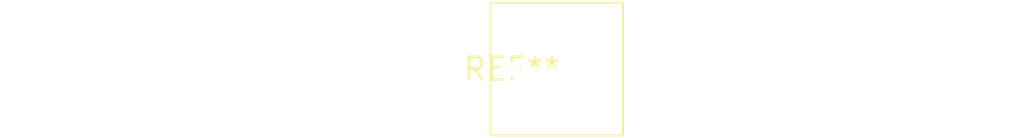
<source format=kicad_pcb>
(kicad_pcb (version 20240108) (generator pcbnew)
  (layers (0 "F.Cu" signal) (31 "B.Cu" signal) (34 "B.Paste" user) (35 "F.Paste" user) (36 "B.SilkS" user "B.Silkscreen") (37 "F.SilkS" user "F.Silkscreen") (38 "B.Mask" user) (39 "F.Mask" user) (44 "Edge.Cuts" user))
  (net 0 "")
  (footprint "C_Rect_L7.2mm_W7.2mm_P5.00mm_FKS2_FKP2_MKS2_MKP2" (layer "F.Cu") (at 0 0)
    (property "Reference" "REF**")
    (property "Value" "C_Rect_L7.2mm_W7.2mm_P5.00mm_FKS2_FKP2_MKS2_MKP2")
    (fp_line (start -1.22 -3.72) (end -1.22 3.72) (layer "F.SilkS") (stroke (width 0.12)))
    (fp_line (start -1.22 -3.72) (end 6.22 -3.72) (layer "F.SilkS") (stroke (width 0.12)))
    (fp_line (start -1.22 3.72) (end 6.22 3.72) (layer "F.SilkS") (stroke (width 0.12)))
    (fp_line (start 6.22 -3.72) (end 6.22 3.72) (layer "F.SilkS") (stroke (width 0.12)))
    (pad "1" thru_hole circle (at 0 0) (size 1.6 1.6) (drill 0.8) (layers *.Cu *.Mask) (remove_unused_layers))
    (pad "2" thru_hole circle (at 5 0) (size 1.6 1.6) (drill 0.8) (layers *.Cu *.Mask) (remove_unused_layers))
  )
)
</source>
